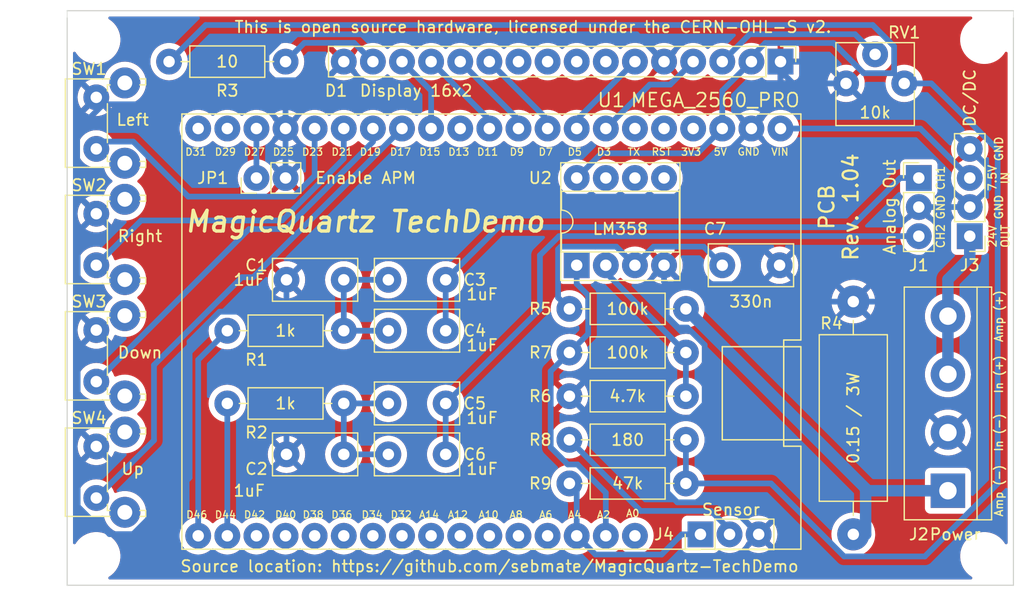
<source format=kicad_pcb>
(kicad_pcb (version 20211014) (generator pcbnew)
  (layers (0 "F.Cu" jumper) (31 "B.Cu" mixed) (34 "B.Paste" user) (35 "F.Paste" user) (36 "B.SilkS" user "B.Silkscreen") (37 "F.SilkS" user "F.Silkscreen") (38 "B.Mask" user) (39 "F.Mask" user) (44 "Edge.Cuts" user))
  (net 0 "")
  (net 1 "GND")
  (net 2 "+5V")
  (net 3 "/OUT2")
  (net 19 "Net-(D1-Pad3)")
  (net 24 "Net-(D1-Pad15)")
  (net 26 "Net-(C1-Pad1)")
  (net 27 "Net-(C2-Pad1)")
  (net 28 "/OUT1")
  (net 30 "Net-(C7-Pad1)")
  (net 31 "Net-(R6-Pad2)")
  (net 32 "/Disp_RS")
  (net 33 "/Disp_E")
  (net 34 "/Disp_D4")
  (net 35 "/Disp_D5")
  (net 36 "/Disp_D6")
  (net 37 "/Disp_D7")
  (net 38 "/PWM_1")
  (net 39 "/PWM_2")
  (net 40 "/Power_Sense")
  (net 41 "/Btn_Left")
  (net 42 "/Btn_Right")
  (net 43 "/Btn_Down")
  (net 44 "/Btn_Up")
  (net 45 "/Reserved")
  (net 46 "GND1")
  (net 47 "Net-(JP1-Pad1)")
  (net 48 "/Sensor")
  (net 49 "Net-(J4-Pad2)")
  (net 50 "+24V")
  (net 51 "+7.5V")
  (footprint "Resistor_THT:R_Axial_DIN0207_L6.3mm_D2.5mm_P10.16mm_Horizontal" (layer "F.Cu") (at 81.28 109.22 180)
    (fp_text reference "R3" (at 5.08 -2.54) (layer "F.SilkS"))
    (fp_text value "10" (at 5.08 0) (layer "F.SilkS"))
    (pad "1" thru_hole circle locked (at 0 0 180) (size 2.25 2.25) (drill 1) (layers *.Cu *.Mask) (net 24 "Net-(D1-Pad15)"))
    (pad "2" thru_hole circle locked (at 10.16 0 180) (size 2.25 2.25) (drill 1) (layers *.Cu *.Mask) (net 2 "+5V"))
  )
  (footprint "Connector_PinHeader_2.54mm:PinHeader_1x16_P2.54mm_Vertical" (layer "F.Cu") (at 124.46 109.22 -90)
    (fp_text reference "D1" (at 2.54 38.775 180) (layer "F.SilkS"))
    (fp_text value "Display 16x2" (at 2.54 31.79 180) (layer "F.SilkS"))
    (pad "1" thru_hole rect locked (at 0 0 270) (size 2.25 2.25) (drill 1) (layers *.Cu *.Mask) (net 1 "GND"))
    (pad "2" thru_hole circle locked (at 0 2.54 270) (size 2.25 2.25) (drill 1) (layers *.Cu *.Mask) (net 2 "+5V"))
    (pad "3" thru_hole circle locked (at 0 5.08 270) (size 2.25 2.25) (drill 1) (layers *.Cu *.Mask) (net 19 "Net-(D1-Pad3)"))
    (pad "4" thru_hole circle locked (at 0 7.62 270) (size 2.25 2.25) (drill 1) (layers *.Cu *.Mask) (net 32 "/Disp_RS"))
    (pad "5" thru_hole circle locked (at 0 10.16 270) (size 2.25 2.25) (drill 1) (layers *.Cu *.Mask) (net 1 "GND"))
    (pad "6" thru_hole circle locked (at 0 12.7 270) (size 2.25 2.25) (drill 1) (layers *.Cu *.Mask) (net 33 "/Disp_E"))
    (pad "7" thru_hole circle locked (at 0 15.24 270) (size 2.25 2.25) (drill 1) (layers *.Cu *.Mask))
    (pad "8" thru_hole circle locked (at 0 17.78 270) (size 2.25 2.25) (drill 1) (layers *.Cu *.Mask))
    (pad "9" thru_hole circle locked (at 0 20.32 270) (size 2.25 2.25) (drill 1) (layers *.Cu *.Mask))
    (pad "10" thru_hole circle locked (at 0 22.86 270) (size 2.25 2.25) (drill 1) (layers *.Cu *.Mask))
    (pad "11" thru_hole circle locked (at 0 25.4 270) (size 2.25 2.25) (drill 1) (layers *.Cu *.Mask) (net 34 "/Disp_D4"))
    (pad "12" thru_hole circle locked (at 0 27.94 270) (size 2.25 2.25) (drill 1) (layers *.Cu *.Mask) (net 35 "/Disp_D5"))
    (pad "13" thru_hole circle locked (at 0 30.48 270) (size 2.25 2.25) (drill 1) (layers *.Cu *.Mask) (net 36 "/Disp_D6"))
    (pad "14" thru_hole circle locked (at 0 33.02 270) (size 2.25 2.25) (drill 1) (layers *.Cu *.Mask) (net 37 "/Disp_D7"))
    (pad "15" thru_hole circle locked (at 0 35.56 270) (size 2.25 2.25) (drill 1) (layers *.Cu *.Mask) (net 24 "Net-(D1-Pad15)"))
    (pad "16" thru_hole circle locked (at 0 38.1 270) (size 2.25 2.25) (drill 1) (layers *.Cu *.Mask) (net 1 "GND"))
  )
  (footprint "Button_Switch_THT:SW_Tactile_SPST_Angled_PTS645Vx83-2LFS" (layer "F.Cu") (at 64.77 116.84 90)
    (fp_text reference "SW1" (at 6.985 -0.635) (layer "F.SilkS"))
    (fp_text value "Left" (at 2.54 3.175) (layer "F.SilkS"))
    (pad "" thru_hole circle locked (at -1.25 2.49 90) (size 2.7 2.7) (drill 1.3) (layers *.Cu *.Mask))
    (pad "" thru_hole circle locked (at 5.76 2.49 90) (size 2.7 2.7) (drill 1.3) (layers *.Cu *.Mask))
    (pad "1" thru_hole circle locked (at 0 0 90) (size 2.25 2.25) (drill 1) (layers *.Cu *.Mask) (net 41 "/Btn_Left"))
    (pad "2" thru_hole circle locked (at 4.5 0 90) (size 2.25 2.25) (drill 1) (layers *.Cu *.Mask) (net 1 "GND"))
  )
  (footprint "Button_Switch_THT:SW_Tactile_SPST_Angled_PTS645Vx83-2LFS" (layer "F.Cu") (at 64.77 147.32 90)
    (fp_text reference "SW4" (at 6.985 -0.635 180) (layer "F.SilkS"))
    (fp_text value "Up" (at 2.54 3.175 180) (layer "F.SilkS"))
    (pad "" thru_hole circle locked (at 5.76 2.49 90) (size 2.7 2.7) (drill 1.3) (layers *.Cu *.Mask))
    (pad "" thru_hole circle locked (at -1.25 2.49 90) (size 2.7 2.7) (drill 1.3) (layers *.Cu *.Mask))
    (pad "1" thru_hole circle locked (at 0 0 90) (size 2.25 2.25) (drill 1) (layers *.Cu *.Mask) (net 44 "/Btn_Up"))
    (pad "2" thru_hole circle locked (at 4.5 0 90) (size 2.25 2.25) (drill 1) (layers *.Cu *.Mask) (net 1 "GND"))
  )
  (footprint "Resistor_THT:R_Axial_DIN0207_L6.3mm_D2.5mm_P10.16mm_Horizontal" (layer "F.Cu") (at 86.36 132.715 180)
    (fp_text reference "R1" (at 7.62 -2.54) (layer "F.SilkS"))
    (fp_text value "1k" (at 5.08 0) (layer "F.SilkS"))
    (pad "1" thru_hole circle locked (at 0 0 180) (size 2.25 2.25) (drill 1) (layers *.Cu *.Mask) (net 26 "Net-(C1-Pad1)"))
    (pad "2" thru_hole circle locked (at 10.16 0 180) (size 2.25 2.25) (drill 1) (layers *.Cu *.Mask) (net 38 "/PWM_1"))
  )
  (footprint "Capacitor_THT:C_Rect_L7.2mm_W3.5mm_P5.00mm_FKS2_FKP2_MKS2_MKP2" (layer "F.Cu") (at 95.25 139.065 180)
    (fp_text reference "C5" (at -2.54 0) (layer "F.SilkS"))
    (fp_text value "1uF" (at -3.175 -1.27) (layer "F.SilkS"))
    (pad "1" thru_hole circle locked (at 0 0 180) (size 2.25 2.25) (drill 1) (layers *.Cu *.Mask) (net 3 "/OUT2"))
    (pad "2" thru_hole circle locked (at 5 0 180) (size 2.25 2.25) (drill 1) (layers *.Cu *.Mask) (net 27 "Net-(C2-Pad1)"))
  )
  (footprint "Capacitor_THT:C_Rect_L7.2mm_W3.5mm_P5.00mm_FKS2_FKP2_MKS2_MKP2" (layer "F.Cu") (at 95.25 128.27 180)
    (fp_text reference "C3" (at -2.54 0) (layer "F.SilkS"))
    (fp_text value "1uF" (at -3.175 -1.27) (layer "F.SilkS"))
    (pad "1" thru_hole circle locked (at 0 0 180) (size 2.25 2.25) (drill 1) (layers *.Cu *.Mask) (net 28 "/OUT1"))
    (pad "2" thru_hole circle locked (at 5 0 180) (size 2.25 2.25) (drill 1) (layers *.Cu *.Mask) (net 26 "Net-(C1-Pad1)"))
  )
  (footprint "Capacitor_THT:C_Rect_L7.2mm_W3.5mm_P5.00mm_FKS2_FKP2_MKS2_MKP2" (layer "F.Cu") (at 86.36 128.27 180)
    (fp_text reference "C1" (at 7.62 1.27) (layer "F.SilkS"))
    (fp_text value "1uF" (at 8.255 0) (layer "F.SilkS"))
    (pad "1" thru_hole circle locked (at 0 0 180) (size 2.25 2.25) (drill 1) (layers *.Cu *.Mask) (net 26 "Net-(C1-Pad1)"))
    (pad "2" thru_hole circle locked (at 5 0 180) (size 2.25 2.25) (drill 1) (layers *.Cu *.Mask) (net 1 "GND"))
  )
  (footprint "Capacitor_THT:C_Rect_L7.2mm_W3.5mm_P5.00mm_FKS2_FKP2_MKS2_MKP2" (layer "F.Cu") (at 95.25 132.715 180)
    (fp_text reference "C4" (at -2.54 0) (layer "F.SilkS"))
    (fp_text value "1uF" (at -3.175 -1.27) (layer "F.SilkS"))
    (pad "1" thru_hole circle locked (at 0 0 180) (size 2.25 2.25) (drill 1) (layers *.Cu *.Mask) (net 28 "/OUT1"))
    (pad "2" thru_hole circle locked (at 5 0 180) (size 2.25 2.25) (drill 1) (layers *.Cu *.Mask) (net 26 "Net-(C1-Pad1)"))
  )
  (footprint "Capacitor_THT:C_Rect_L7.2mm_W3.5mm_P5.00mm_FKS2_FKP2_MKS2_MKP2" (layer "F.Cu") (at 119.38 127)
    (fp_text reference "C7" (at -0.635 -3.175) (layer "F.SilkS"))
    (fp_text value "330n" (at 2.5 3.175) (layer "F.SilkS"))
    (pad "1" thru_hole circle locked (at 0 0) (size 2.25 2.25) (drill 1) (layers *.Cu *.Mask) (net 30 "Net-(C7-Pad1)"))
    (pad "2" thru_hole circle locked (at 5 0) (size 2.25 2.25) (drill 1) (layers *.Cu *.Mask) (net 1 "GND"))
  )
  (footprint "Resistor_THT:R_Axial_DIN0207_L6.3mm_D2.5mm_P10.16mm_Horizontal" (layer "F.Cu") (at 106.045 138.43)
    (fp_text reference "R6" (at -2.54 0) (layer "F.SilkS"))
    (fp_text value "4.7k" (at 5.08 0) (layer "F.SilkS"))
    (pad "1" thru_hole circle locked (at 0 0) (size 2.25 2.25) (drill 1) (layers *.Cu *.Mask) (net 1 "GND"))
    (pad "2" thru_hole circle locked (at 10.16 0) (size 2.25 2.25) (drill 1) (layers *.Cu *.Mask) (net 31 "Net-(R6-Pad2)"))
  )
  (footprint "Resistor_THT:R_Axial_DIN0207_L6.3mm_D2.5mm_P10.16mm_Horizontal" (layer "F.Cu") (at 116.205 134.62 180)
    (fp_text reference "R7" (at 12.7 0) (layer "F.SilkS"))
    (fp_text value "100k" (at 5.08 0) (layer "F.SilkS"))
    (pad "1" thru_hole circle locked (at 0 0 180) (size 2.25 2.25) (drill 1) (layers *.Cu *.Mask) (net 31 "Net-(R6-Pad2)"))
    (pad "2" thru_hole circle locked (at 10.16 0 180) (size 2.25 2.25) (drill 1) (layers *.Cu *.Mask) (net 40 "/Power_Sense"))
  )
  (footprint "Connector_PinHeader_2.54mm:PinHeader_1x03_P2.54mm_Vertical" (layer "F.Cu") (at 136.525 119.38)
    (fp_text reference "J1" (at 0 7.62) (layer "F.SilkS"))
    (fp_text value "Analog Out" (at -2.54 2.54 90) (layer "F.SilkS"))
    (pad "1" thru_hole rect locked (at 0 0) (size 2.25 2.25) (drill 1) (layers *.Cu *.Mask) (net 28 "/OUT1"))
    (pad "2" thru_hole circle locked (at 0 2.54) (size 2.25 2.25) (drill 1) (layers *.Cu *.Mask) (net 1 "GND"))
    (pad "3" thru_hole circle locked (at 0 5.08) (size 2.25 2.25) (drill 1) (layers *.Cu *.Mask) (net 3 "/OUT2"))
  )
  (footprint "Resistor_THT:R_Axial_DIN0614_L14.3mm_D5.7mm_P20.32mm_Horizontal" (layer "F.Cu") (at 130.81 130.175 -90)
    (fp_text reference "R4" (at 1.905 1.905 180) (layer "F.SilkS"))
    (fp_text value "0.15 / 3W" (at 10.16 0 90) (layer "F.SilkS"))
    (pad "1" thru_hole circle locked (at 0 0 270) (size 2.8 2.8) (drill 1) (layers *.Cu *.Mask) (net 1 "GND"))
    (pad "2" thru_hole oval locked (at 20.32 0 270) (size 2.8 2.8) (drill 1) (layers *.Cu *.Mask) (net 46 "GND1"))
  )
  (footprint "Resistor_THT:R_Axial_DIN0207_L6.3mm_D2.5mm_P10.16mm_Horizontal" (layer "F.Cu") (at 106.045 130.81)
    (fp_text reference "R5" (at -2.54 0) (layer "F.SilkS"))
    (fp_text value "100k" (at 5.08 0) (layer "F.SilkS"))
    (pad "1" thru_hole circle locked (at 0 0) (size 2.25 2.25) (drill 1) (layers *.Cu *.Mask) (net 30 "Net-(C7-Pad1)"))
    (pad "2" thru_hole circle locked (at 10.16 0) (size 2.25 2.25) (drill 1) (layers *.Cu *.Mask) (net 46 "GND1"))
  )
  (footprint "Button_Switch_THT:SW_Tactile_SPST_Angled_PTS645Vx83-2LFS" (layer "F.Cu") (at 64.77 137.16 90)
    (fp_text reference "SW3" (at 6.985 -0.635 180) (layer "F.SilkS"))
    (fp_text value "Down" (at 2.54 3.81) (layer "F.SilkS"))
    (pad "" thru_hole circle locked (at -1.25 2.49 90) (size 2.7 2.7) (drill 1.3) (layers *.Cu *.Mask))
    (pad "" thru_hole circle locked (at 5.76 2.49 90) (size 2.7 2.7) (drill 1.3) (layers *.Cu *.Mask))
    (pad "1" thru_hole circle locked (at 0 0 90) (size 2.25 2.25) (drill 1) (layers *.Cu *.Mask) (net 43 "/Btn_Down"))
    (pad "2" thru_hole circle locked (at 4.5 0 90) (size 2.25 2.25) (drill 1) (layers *.Cu *.Mask) (net 1 "GND"))
  )
  (footprint "TerminalBlock:TerminalBlock_bornier-4_P5.08mm" (layer "F.Cu") (at 139.065 146.685 90)
    (fp_text reference "J2" (at -3.81 -2.54 180) (layer "F.SilkS"))
    (fp_text value "Power" (at -3.81 0.635) (layer "F.SilkS"))
    (pad "1" thru_hole rect locked (at 0 0 90) (size 3 3) (drill 1.52) (layers *.Cu *.Mask) (net 46 "GND1"))
    (pad "2" thru_hole circle locked (at 5.08 0 90) (size 3 3) (drill 1.52) (layers *.Cu *.Mask) (net 1 "GND"))
    (pad "3" thru_hole circle locked (at 10.16 0 90) (size 3 3) (drill 1.52) (layers *.Cu *.Mask) (net 50 "+24V"))
    (pad "4" thru_hole circle locked (at 15.24 0 90) (size 3 3) (drill 1.52) (layers *.Cu *.Mask) (net 50 "+24V"))
  )
  (footprint "Connector_PinHeader_2.54mm:PinHeader_1x04_P2.54mm_Vertical" (layer "F.Cu") (at 140.97 124.46 180)
    (fp_text reference "J3" (at 0 -2.54) (layer "F.SilkS"))
    (fp_text value "DC/DC" (at 0 12.065 90) (layer "F.SilkS"))
    (pad "1" thru_hole rect locked (at 0 0 180) (size 2.25 2.25) (drill 1) (layers *.Cu *.Mask) (net 50 "+24V"))
    (pad "2" thru_hole circle locked (at 0 2.54 180) (size 2.25 2.25) (drill 1) (layers *.Cu *.Mask) (net 1 "GND"))
    (pad "3" thru_hole circle locked (at 0 5.08 180) (size 2.25 2.25) (drill 1) (layers *.Cu *.Mask) (net 51 "+7.5V"))
    (pad "4" thru_hole circle locked (at 0 7.62 180) (size 2.25 2.25) (drill 1) (layers *.Cu *.Mask) (net 1 "GND"))
  )
  (footprint "Connector_PinHeader_2.54mm:PinHeader_1x02_P2.54mm_Vertical" (layer "F.Cu") (at 78.74 119.38 90)
    (fp_text reference "JP1" (at 0 -3.81 180) (layer "F.SilkS"))
    (fp_text value "Enable APM" (at 0 9.525 180) (layer "F.SilkS"))
    (pad "1" thru_hole circle locked (at 0 0 90) (size 2.25 2.25) (drill 1) (layers *.Cu *.Mask) (net 47 "Net-(JP1-Pad1)"))
    (pad "2" thru_hole circle locked (at 0 2.54 90) (size 2.25 2.25) (drill 1) (layers *.Cu *.Mask) (net 1 "GND"))
  )
  (footprint "Connector_PinHeader_2.54mm:PinHeader_1x03_P2.54mm_Vertical" (layer "F.Cu") (at 117.475 150.495 90)
    (fp_text reference "J4" (at 0 -3.175 180) (layer "F.SilkS"))
    (fp_text value "Sensor" (at 2.159 2.667 180) (layer "F.SilkS"))
    (pad "1" thru_hole rect locked (at 0 0 90) (size 2.25 2.25) (drill 1) (layers *.Cu *.Mask) (net 48 "/Sensor"))
    (pad "2" thru_hole circle locked (at 0 2.54 90) (size 2.25 2.25) (drill 1) (layers *.Cu *.Mask) (net 49 "Net-(J4-Pad2)"))
    (pad "3" thru_hole circle locked (at 0 5.08 90) (size 2.25 2.25) (drill 1) (layers *.Cu *.Mask) (net 1 "GND"))
  )
  (footprint "Resistor_THT:R_Axial_DIN0207_L6.3mm_D2.5mm_P10.16mm_Horizontal" (layer "F.Cu") (at 106.045 146.05)
    (fp_text reference "R9" (at -2.54 0) (layer "F.SilkS"))
    (fp_text value "47k" (at 5.08 0) (layer "F.SilkS"))
    (pad "1" thru_hole circle locked (at 0 0) (size 2.25 2.25) (drill 1) (layers *.Cu *.Mask) (net 48 "/Sensor"))
    (pad "2" thru_hole circle locked (at 10.16 0) (size 2.25 2.25) (drill 1) (layers *.Cu *.Mask) (net 2 "+5V"))
  )
  (footprint "Resistor_THT:R_Axial_DIN0207_L6.3mm_D2.5mm_P10.16mm_Horizontal" (layer "F.Cu") (at 106.045 142.24)
    (fp_text reference "R8" (at -2.54 0) (layer "F.SilkS"))
    (fp_text value "180" (at 5.08 0) (layer "F.SilkS"))
    (pad "1" thru_hole circle locked (at 0 0) (size 2.25 2.25) (drill 1) (layers *.Cu *.Mask) (net 49 "Net-(J4-Pad2)"))
    (pad "2" thru_hole circle locked (at 10.16 0) (size 2.25 2.25) (drill 1) (layers *.Cu *.Mask) (net 2 "+5V"))
  )
  (footprint "MagicQuartzParts:MEGA2560PRO-Reduced" (layer "F.Cu") (at 91.44 134.112 180)
    (fp_text reference "U1" (at -19.558 20.828 180) (layer "F.SilkS") (effects (font (size 1.2 1.2)) (justify right bottom)))
    (fp_text value "MEGA_2560_PRO" (at -34.798 20.828) (layer "F.SilkS") (effects (font (size 1.2 1.2)) (justify right bottom)))
    (fp_text user "5V" (at -28.406675 16.637) (layer "F.SilkS") (effects (font (size 0.62738 0.62738) (thickness 0.105664)) (justify right bottom)))
    (fp_text user "A0" (at -20.765846 -14.911731) (layer "F.SilkS") (effects (font (size 0.62738 0.62738) (thickness 0.105664)) (justify right bottom)))
    (fp_text user "D42" (at 11.889637 -15.038731) (layer "F.SilkS") (effects (font (size 0.62738 0.62738) (thickness 0.105664)) (justify right bottom)))
    (fp_text user "D44" (at 14.424228 -15.042056) (layer "F.SilkS") (effects (font (size 0.62738 0.62738) (thickness 0.105664)) (justify right bottom)))
    (fp_text user "A10" (at -8.488706 -15.038731) (layer "F.SilkS") (effects (font (size 0.62738 0.62738) (thickness 0.105664)) (justify right bottom)))
    (fp_text user "A12" (at -5.810453 -15.038731) (layer "F.SilkS") (effects (font (size 0.62738 0.62738) (thickness 0.105664)) (justify right bottom)))
    (fp_text user "D9" (at -10.696678 16.637) (layer "F.SilkS") (effects (font (size 0.62738 0.62738) (thickness 0.105664)) (justify right bottom)))
    (fp_text user "D17" (at -0.848131 16.637) (layer "F.SilkS") (effects (font (size 0.62738 0.62738) (thickness 0.105664)) (justify right bottom)))
    (fp_text user "A8" (at -10.589768 -15.038731) (layer "F.SilkS") (effects (font (size 0.62738 0.62738) (thickness 0.105664)) (justify right bottom)))
    (fp_text user "D3" (at -18.299075 16.637) (layer "F.SilkS") (effects (font (size 0.62738 0.62738) (thickness 0.105664)) (justify right bottom)))
    (fp_text user "D32" (at -0.910971 -15.038731) (layer "F.SilkS") (effects (font (size 0.62738 0.62738) (thickness 0.105664)) (justify right bottom)))
    (fp_text user "D21" (at 4.2481 16.637) (layer "F.SilkS") (effects (font (size 0.62738 0.62738) (thickness 0.105664)) (justify right bottom)))
    (fp_text user "TX" (at -20.834096 16.637) (layer "F.SilkS") (effects (font (size 0.62738 0.62738) (thickness 0.105664)) (justify right bottom)))
    (fp_text user "D11" (at -8.448828 16.637) (layer "F.SilkS") (effects (font (size 0.62738 0.62738) (thickness 0.105664)) (justify right bottom)))
    (fp_text user "D15" (at -3.41094 16.637) (layer "F.SilkS") (effects (font (size 0.62738 0.62738) (thickness 0.105664)) (justify right bottom)))
    (fp_text user "D27" (at 11.901296 16.637) (layer "F.SilkS") (effects (font (size 0.62738 0.62738) (thickness 0.105664)) (justify right bottom)))
    (fp_text user "D25" (at 9.362871 16.637) (layer "F.SilkS") (effects (font (size 0.62738 0.62738) (thickness 0.105664)) (justify right bottom)))
    (fp_text user "D34" (at 1.623568 -15.038731) (layer "F.SilkS") (effects (font (size 0.62738 0.62738) (thickness 0.105664)) (justify right bottom)))
    (fp_text user "A6" (at -13.183006 -15.038731) (layer "F.SilkS") (effects (font (size 0.62738 0.62738) (thickness 0.105664)) (justify right bottom)))
    (fp_text user "D31" (at 17.006443 16.637) (layer "F.SilkS") (effects (font (size 0.62738 0.62738) (thickness 0.105664)) (justify right bottom)))
    (fp_text user "D40" (at 9.169043 -15.038731) (layer "F.SilkS") (effects (font (size 0.62738 0.62738) (thickness 0.105664)) (justify right bottom)))
    (fp_text user "D5" (at -15.754096 16.637) (layer "F.SilkS") (effects (font (size 0.62738 0.62738) (thickness 0.105664)) (justify right bottom)))
    (fp_text user "D46" (at 16.924681 -15.038731) (layer "F.SilkS") (effects (font (size 0.62738 0.62738) (thickness 0.105664)) (justify right bottom)))
    (fp_text user "RST" (at -23.562131 16.650284) (layer "F.SilkS") (effects (font (size 0.62738 0.62738) (thickness 0.105664)) (justify right bottom)))
    (fp_text user "D23" (at 6.821931 16.637) (layer "F.SilkS") (effects (font (size 0.62738 0.62738) (thickness 0.105664)) (justify right bottom)))
    (fp_text user "D13" (at -5.933337 16.637) (layer "F.SilkS") (effects (font (size 0.62738 0.62738) (thickness 0.105664)) (justify right bottom)))
    (fp_text user "D29" (at 14.425471 16.637) (layer "F.SilkS") (effects (font (size 0.62738 0.62738) (thickness 0.105664)) (justify right bottom)))
    (fp_text user "GND" (at -31.258762 16.650284) (layer "F.SilkS") (effects (font (size 0.62738 0.62738) (thickness 0.105664)) (justify right bottom)))
    (fp_text user "D7" (at -13.219075 16.637) (layer "F.SilkS") (effects (font (size 0.62738 0.62738) (thickness 0.105664)) (justify right bottom)))
    (fp_text user "D38" (at 6.76755 -15.038731) (layer "F.SilkS") (effects (font (size 0.62738 0.62738) (thickness 0.105664)) (justify right bottom)))
    (fp_text user "D36" (at 4.264812 -15.038731) (layer "F.SilkS") (effects (font (size 0.62738 0.62738) (thickness 0.105664)) (justify right bottom)))
    (fp_text user "D19" (at 1.784043 16.637) (layer "F.SilkS") (effects (font (size 0.62738 0.62738) (thickness 0.105664)) (justify right bottom)))
    (fp_text user "A14" (at -3.296387 -15.038731) (layer "F.SilkS") (effects (font (size 0.62738 0.62738) (thickness 0.105664)) (justify right bottom)))
    (fp_text user "3V3" (at -26.1557 16.640328) (layer "F.SilkS") (effects (font (size 0.62738 0.62738) (thickness 0.105664)) (justify right bottom)))
    (fp_text user "A4" (at -15.702812 -15.042056) (layer "F.SilkS") (effects (font (size 0.62738 0.62738) (thickness 0.105664)) (justify right bottom)))
    (fp_text user "A2" (at -18.222009 -15.038731) (layer "F.SilkS") (effects (font (size 0.62738 0.62738) (thickness 0.105664)) (justify right bottom)))
    (fp_text user "VIN" (at -33.783828 16.637) (layer "F.SilkS") (effects (font (size 0.62738 0.62738) (thickness 0.105664)) (justify right bottom)))
    (pad "3V3@1" thru_hole circle locked (at -25.4 19.05 180) (size 2.25 2.25) (drill 1) (layers *.Cu *.Mask))
    (pad "5V@1" thru_hole circle locked (at -27.94 19.05 180) (size 2.25 2.25) (drill 1) (layers *.Cu *.Mask) (net 2 "+5V"))
    (pad "A0" thru_hole circle locked (at -20.32 -16.51 180) (size 2.25 2.25) (drill 1) (layers *.Cu *.Mask) (net 45 "/Reserved"))
    (pad "A2" thru_hole circle locked (at -17.78 -16.51 180) (size 2.25 2.25) (drill 1) (layers *.Cu *.Mask) (net 40 "/Power_Sense"))
    (pad "A4" thru_hole circle locked (at -15.24 -16.51 180) (size 2.25 2.25) (drill 1) (layers *.Cu *.Mask) (net 48 "/Sensor"))
    (pad "A6" thru_hole circle locked (at -12.7 -16.51 180) (size 2.25 2.25) (drill 1) (layers *.Cu *.Mask))
    (pad "A8" thru_hole circle locked (at -10.16 -16.51 180) (size 2.25 2.25) (drill 1) (layers *.Cu *.Mask))
    (pad "A10" thru_hole circle locked (at -7.62 -16.51 180) (size 2.25 2.25) (drill 1) (layers *.Cu *.Mask))
    (pad "A12" thru_hole circle locked (at -5.08 -16.51 180) (size 2.25 2.25) (drill 1) (layers *.Cu *.Mask))
    (pad "A14" thru_hole circle locked (at -2.54 -16.51 180) (size 2.25 2.25) (drill 1) (layers *.Cu *.Mask))
    (pad "D3" thru_hole circle locked (at -17.78 19.05 180) (size 2.25 2.25) (drill 1) (layers *.Cu *.Mask) (net 32 "/Disp_RS"))
    (pad "D5" thru_hole circle locked (at -15.24 19.05 180) (size 2.25 2.25) (drill 1) (layers *.Cu *.Mask) (net 33 "/Disp_E"))
    (pad "D7" thru_hole circle locked (at -12.7 19.05 180) (size 2.25 2.25) (drill 1) (layers *.Cu *.Mask) (net 34 "/Disp_D4"))
    (pad "D9" thru_hole circle locked (at -10.16 19.05 180) (size 2.25 2.25) (drill 1) (layers *.Cu *.Mask) (net 35 "/Disp_D5"))
    (pad "D11" thru_hole circle locked (at -7.62 19.05 180) (size 2.25 2.25) (drill 1) (layers *.Cu *.Mask) (net 36 "/Disp_D6"))
    (pad "D13" thru_hole circle locked (at -5.08 19.05 180) (size 2.25 2.25) (drill 1) (layers *.Cu *.Mask))
    (pad "D15" thru_hole circle locked (at -2.54 19.05 180) (size 2.25 2.25) (drill 1) (layers *.Cu *.Mask) (net 37 "/Disp_D7"))
    (pad "D17" thru_hole circle locked (at 0 19.05 180) (size 2.25 2.25) (drill 1) (layers *.Cu *.Mask) (net 44 "/Btn_Up"))
    (pad "D19" thru_hole circle locked (at 2.54 19.05 180) (size 2.25 2.25) (drill 1) (layers *.Cu *.Mask) (net 43 "/Btn_Down"))
    (pad "D21" thru_hole circle locked (at 5.08 19.05 180) (size 2.25 2.25) (drill 1) (layers *.Cu *.Mask) (net 42 "/Btn_Right"))
    (pad "D23" thru_hole circle locked (at 7.62 19.05 180) (size 2.25 2.25) (drill 1) (layers *.Cu *.Mask) (net 41 "/Btn_Left"))
    (pad "D25" thru_hole circle locked (at 10.16 19.05 180) (size 2.25 2.25) (drill 1) (layers *.Cu *.Mask) (net 1 "GND"))
    (pad "D27" thru_hole circle locked (at 12.7 19.05 180) (size 2.25 2.25) (drill 1) (layers *.Cu *.Mask) (net 47 "Net-(JP1-Pad1)"))
    (pad "D29" thru_hole circle locked (at 15.24 19.05 180) (size 2.25 2.25) (drill 1) (layers *.Cu *.Mask))
    (pad "D31" thru_hole circle locked (at 17.78 19.05 180) (size 2.25 2.25) (drill 1) (layers *.Cu *.Mask))
    (pad "D32" thru_hole circle locked (at 0 -16.51 180) (size 2.25 2.25) (drill 1) (layers *.Cu *.Mask))
    (pad "D34" thru_hole circle locked (at 2.54 -16.51 180) (size 2.25 2.25) (drill 1) (layers *.Cu *.Mask))
    (pad "D36" thru_hole circle locked (at 5.08 -16.51 180) (size 2.25 2.25) (drill 1) (layers *.Cu *.Mask))
    (pad "D38" thru_hole circle locked (at 7.62 -16.51 180) (size 2.25 2.25) (drill 1) (layers *.Cu *.Mask))
    (pad "D40" thru_hole circle locked (at 10.16 -16.51 180) (size 2.25 2.25) (drill 1) (layers *.Cu *.Mask))
    (pad "D42" thru_hole circle locked (at 12.7 -16.51 180) (size 2.25 2.25) (drill 1) (layers *.Cu *.Mask))
    (pad "D44" thru_hole circle locked (at 15.24 -16.51 180) (size 2.25 2.25) (drill 1) (layers *.Cu *.Mask) (net 39 "/PWM_2"))
    (pad "D46" thru_hole circle locked (at 17.78 -16.51 180) (size 2.25 2.25) (drill 1) (layers *.Cu *.Mask) (net 38 "/PWM_1"))
    (pad "GND@1" thru_hole circle locked (at -30.48 19.05 180) (size 2.25 2.25) (drill 1) (layers *.Cu *.Mask) (net 1 "GND"))
    (pad "RST" thru_hole circle locked (at -22.86 19.05 180) (size 2.25 2.25) (drill 1) (layers *.Cu *.Mask))
    (pad "TX" thru_hole circle locked (at -20.32 19.05 180) (size 2.25 2.25) (drill 1) (layers *.Cu *.Mask))
    (pad "VIN@1" thru_hole circle locked (at -33.02 19.05 180) (size 2.25 2.25) (drill 1) (layers *.Cu *.Mask) (net 51 "+7.5V"))
  )
  (footprint "Button_Switch_THT:SW_Tactile_SPST_Angled_PTS645Vx83-2LFS" (layer "F.Cu") (at 64.77 127 90)
    (fp_text reference "SW2" (at 6.985 -0.635 180) (layer "F.SilkS"))
    (fp_text value "Right" (at 2.54 3.81) (layer "F.SilkS"))
    (pad "" thru_hole circle locked (at 5.76 2.49 90) (size 2.7 2.7) (drill 1.3) (layers *.Cu *.Mask))
    (pad "" thru_hole circle locked (at -1.25 2.49 90) (size 2.7 2.7) (drill 1.3) (layers *.Cu *.Mask))
    (pad "1" thru_hole circle locked (at 0 0 90) (size 2.25 2.25) (drill 1) (layers *.Cu *.Mask) (net 42 "/Btn_Right"))
    (pad "2" thru_hole circle locked (at 4.5 0 90) (size 2.25 2.25) (drill 1) (layers *.Cu *.Mask) (net 1 "GND"))
  )
  (footprint "Potentiometer_THT:Potentiometer_Vishay_T73YP_Vertical" (layer "F.Cu") (at 135.255 111.125 90)
    (fp_text reference "RV1" (at 4.445 0 180) (layer "F.SilkS"))
    (fp_text value "10k" (at -2.54 -2.54 180) (layer "F.SilkS"))
    (pad "1" thru_hole circle locked (at 0 0 90) (size 2.25 2.25) (drill 1) (layers *.Cu *.Mask) (net 2 "+5V"))
    (pad "2" thru_hole circle locked (at 2.54 -2.54 90) (size 2.25 2.25) (drill 1) (layers *.Cu *.Mask) (net 19 "Net-(D1-Pad3)"))
    (pad "3" thru_hole circle locked (at 0 -5.08 90) (size 2.25 2.25) (drill 1) (layers *.Cu *.Mask) (net 1 "GND"))
  )
  (footprint "Package_DIP:DIP-8_W7.62mm_Socket" (layer "F.Cu") (at 106.68 127 90)
    (fp_text reference "U2" (at 7.62 -3.175 180) (layer "F.SilkS"))
    (fp_text value "LM358" (at 3.175 3.81 180) (layer "F.SilkS"))
    (pad "1" thru_hole rect locked (at 0 0 90) (size 2.25 2.25) (drill 1) (layers *.Cu *.Mask) (net 40 "/Power_Sense"))
    (pad "2" thru_hole circle locked (at 0 2.54 90) (size 2.25 2.25) (drill 1) (layers *.Cu *.Mask) (net 31 "Net-(R6-Pad2)"))
    (pad "3" thru_hole circle locked (at 0 5.08 90) (size 2.25 2.25) (drill 1) (layers *.Cu *.Mask) (net 30 "Net-(C7-Pad1)"))
    (pad "4" thru_hole circle locked (at 0 7.62 90) (size 2.25 2.25) (drill 1) (layers *.Cu *.Mask) (net 1 "GND"))
    (pad "5" thru_hole circle locked (at 7.62 7.62 90) (size 2.25 2.25) (drill 1) (layers *.Cu *.Mask))
    (pad "6" thru_hole circle locked (at 7.62 5.08 90) (size 2.25 2.25) (drill 1) (layers *.Cu *.Mask))
    (pad "7" thru_hole circle locked (at 7.62 2.54 90) (size 2.25 2.25) (drill 1) (layers *.Cu *.Mask))
    (pad "8" thru_hole circle locked (at 7.62 0 90) (size 2.25 2.25) (drill 1) (layers *.Cu *.Mask) (net 2 "+5V"))
  )
  (footprint "Resistor_THT:R_Axial_DIN0207_L6.3mm_D2.5mm_P10.16mm_Horizontal" (layer "F.Cu") (at 86.36 139.065 180)
    (fp_text reference "R2" (at 7.62 -2.54) (layer "F.SilkS"))
    (fp_text value "1k" (at 5.08 0) (layer "F.SilkS"))
    (pad "1" thru_hole circle locked (at 0 0 180) (size 2.25 2.25) (drill 1) (layers *.Cu *.Mask) (net 27 "Net-(C2-Pad1)"))
    (pad "2" thru_hole circle locked (at 10.16 0 180) (size 2.25 2.25) (drill 1) (layers *.Cu *.Mask) (net 39 "/PWM_2"))
  )
  (footprint "Capacitor_THT:C_Rect_L7.2mm_W3.5mm_P5.00mm_FKS2_FKP2_MKS2_MKP2" (layer "F.Cu") (at 86.36 143.51 180)
    (fp_text reference "C2" (at 7.62 -1.27) (layer "F.SilkS"))
    (fp_text value "1uF" (at 8.255 -3.175) (layer "F.SilkS"))
    (pad "1" thru_hole circle locked (at 0 0 180) (size 2.25 2.25) (drill 1) (layers *.Cu *.Mask) (net 27 "Net-(C2-Pad1)"))
    (pad "2" thru_hole circle locked (at 5 0 180) (size 2.25 2.25) (drill 1) (layers *.Cu *.Mask) (net 1 "GND"))
  )
  (footprint "Capacitor_THT:C_Rect_L7.2mm_W3.5mm_P5.00mm_FKS2_FKP2_MKS2_MKP2" (layer "F.Cu") (at 95.25 143.51 180)
    (fp_text reference "C6" (at -2.54 0) (layer "F.SilkS"))
    (fp_text value "1uF" (at -3.175 -1.27) (layer "F.SilkS"))
    (pad "1" thru_hole circle locked (at 0 0 180) (size 2.25 2.25) (drill 1) (layers *.Cu *.Mask) (net 3 "/OUT2"))
    (pad "2" thru_hole circle locked (at 5 0 180) (size 2.25 2.25) (drill 1) (layers *.Cu *.Mask) (net 27 "Net-(C2-Pad1)"))
  )
  (footprint "MountingHole:MountingHole_3.2mm_M3" (layer "F.Cu") (at 64.77 152.4)
    (fp_text reference "H1")
    (fp_text value "MountingHole_Pad" hide)
    (pad "" np_thru_hole circle locked (at 0 0) (size 3.2 3.2) (drill 3.2) (layers *.Cu *.Mask))
  )
  (footprint "MountingHole:MountingHole_3.2mm_M3" (layer "F.Cu") (at 64.77 107.315)
    (fp_text reference "H2")
    (fp_text value "MountingHole_Pad" hide)
    (pad "" np_thru_hole circle locked (at 0 0) (size 3.2 3.2) (drill 3.2) (layers *.Cu *.Mask))
  )
  (footprint "MountingHole:MountingHole_3.2mm_M3" (layer "F.Cu") (at 142.24 152.4)
    (fp_text reference "H3")
    (fp_text value "MountingHole_Pad" hide)
    (pad "" np_thru_hole circle locked (at 0 0) (size 3.2 3.2) (drill 3.2) (layers *.Cu *.Mask))
  )
  (footprint "MountingHole:MountingHole_3.2mm_M3" (layer "F.Cu") (at 142.24 107.315)
    (fp_text reference "H4")
    (fp_text value "MountingHole_Pad" hide)
    (pad "" np_thru_hole circle locked (at 0 0) (size 3.2 3.2) (drill 3.2) (layers *.Cu *.Mask))
  )
  (gr_line (start 62.23 105.41) (end 62.23 104.775) (layer "Edge.Cuts") (width 0.05))
  (gr_line (start 144.78 104.775) (end 144.78 105.41) (layer "Edge.Cuts") (width 0.05))
  (gr_line (start 144.78 154.94) (end 62.23 154.94) (layer "Edge.Cuts") (width 0.1))
  (gr_line (start 144.78 105.41) (end 144.78 154.94) (layer "Edge.Cuts") (width 0.1))
  (gr_line (start 62.23 154.94) (end 62.23 105.41) (layer "Edge.Cuts") (width 0.1))
  (gr_line (start 62.23 104.775) (end 144.78 104.775) (layer "Edge.Cuts") (width 0.1))
  (gr_text "This is open source hardware, licensed under the CERN-OHL-S v2." (at 102.87 106.199108) (layer "F.SilkS") (effects (font (size 1 1))))
  (gr_text "GND" (at 143.51 116.84 90) (layer "F.SilkS") (effects (font (size 0.7 0.7) (thickness 0.12))))
  (gr_text "MagicQuartz TechDemo" (at 72.39 123.19) (layer "F.SilkS") (effects (font (size 1.8 1.8) (thickness 0.3) italic) (justify left)))
  (gr_text "CH2" (at 138.43 124.46 90) (layer "F.SilkS") (effects (font (size 0.7 0.7) (thickness 0.12))))
  (gr_text "CH1" (at 138.43 119.38 90) (layer "F.SilkS") (effects (font (size 0.7 0.7) (thickness 0.12))))
  (gr_text "Amp (+)" (at 143.51 131.445 90) (layer "F.SilkS") (effects (font (size 0.7 0.7) (thickness 0.12))))
  (gr_text "Source location: https://github.com/sebmate/MagicQuartz-TechDemo" (at 99.073396 153.283043) (layer "F.SilkS") (effects (font (size 1 1))))
  (gr_text "In (-)" (at 143.51 141.605 90) (layer "F.SilkS") (effects (font (size 0.7 0.7) (thickness 0.12))))
  (gr_text "7.5V\nIN" (at 143.51 119.38 90) (layer "F.SilkS") (effects (font (size 0.7 0.7) (thickness 0.12))))
  (gr_text "In (+)" (at 143.51 136.525 90) (layer "F.SilkS") (effects (font (size 0.7 0.7) (thickness 0.12))))
  (gr_text "24V\nOUT" (at 143.51 124.46 90) (layer "F.SilkS") (effects (font (size 0.7 0.7) (thickness 0.12))))
  (gr_text "Amp (-)" (at 143.51 146.685 90) (layer "F.SilkS") (effects (font (size 0.7 0.7) (thickness 0.12))))
  (gr_text "GND" (at 143.51 121.92 90) (layer "F.SilkS") (effects (font (size 0.7 0.7) (thickness 0.12))))
  (gr_text "PCB\nRev. 1.04" (at 129.54 121.92 90) (layer "F.SilkS") (effects (font (size 1.3 1.3) (thickness 0.2))))
  (gr_text "GND" (at 138.43 121.92 90) (layer "F.SilkS") (effects (font (size 0.7 0.7) (thickness 0.12))))
  (segment (start 138.1577 121.92) (end 140.97 121.92) (width 0.5) (layer "B.Cu") (net 1))
  (segment (start 81.28 115.062) (end 81.28 119.38) (width 0.5) (layer "B.Cu") (net 1))
  (segment (start 63.1446 141.1946) (end 63.1446 134.2854) (width 0.5) (layer "B.Cu") (net 1))
  (segment (start 125.5524 111.125) (end 130.175 111.125) (width 0.5) (layer "B.Cu") (net 1))
  (segment (start 117.8452 133.9568) (end 116.3257 132.4373) (width 0.5) (layer "B.Cu") (net 1))
  (segment (start 111.9122 106.8322) (end 114.3 109.22) (width 0.5) (layer "B.Cu") (net 1))
  (segment (start 138.1577 125.1416) (end 133.1243 130.175) (width 0.5) (layer "B.Cu") (net 1))
  (segment (start 116.3257 132.4373) (end 115.5297 132.4373) (width 0.5) (layer "B.Cu") (net 1))
  (segment (start 81.36 143.51) (end 81.36 131.0533) (width 0.5) (layer "B.Cu") (net 1))
  (segment (start 117.8452 139.0996) (end 117.8452 133.9568) (width 0.5) (layer "B.Cu") (net 1))
  (segment (start 77.5219 112.9481) (end 79.618 110.852) (width 0.5) (layer "B.Cu") (net 1))
  (segment (start 72.9096 145.5436) (end 72.9096 133.6702) (width 0.5) (layer "B.Cu") (net 1))
  (segment (start 124.38 127) (end 122.7242 128.6558) (width 0.5) (layer "B.Cu") (net 1))
  (segment (start 75.5265 131.0533) (end 81.36 131.0533) (width 0.5) (layer "B.Cu") (net 1))
  (segment (start 130.81 130.175) (end 127.555 130.175) (width 0.5) (layer "B.Cu") (net 1))
  (segment (start 64.9682 149.5241) (end 65.9206 150.4765) (width 0.5) (layer "B.Cu") (net 1))
  (segment (start 63.1446 124.1254) (end 63.1446 131.0346) (width 0.5) (layer "B.Cu") (net 1))
  (segment (start 114.3 128.4252) (end 114.3 127) (width 0.5) (layer "B.Cu") (net 1))
  (segment (start 63.0996 115.2266) (end 65.3781 112.9481) (width 0.5) (layer "B.Cu") (net 1))
  (segment (start 142.6129 118.4829) (end 140.97 116.84) (width 0.5) (layer "B.Cu") (net 1))
  (segment (start 114.5771 140.335) (end 116.6098 140.335) (width 0.5) (layer "B.Cu") (net 1))
  (segment (start 114.5771 146.8232) (end 114.5771 140.335) (width 0.5) (layer "B.Cu") (net 1))
  (segment (start 140.97 116.84) (end 137.5666 113.4366) (width 0.5) (layer "B.Cu") (net 1))
  (segment (start 114.5306 131.4382) (end 114.5306 128.6558) (width 0.5) (layer "B.Cu") (net 1))
  (segment (start 121.92 115.062) (end 115.9767 121.0053) (width 0.5) (layer "B.Cu") (net 1))
  (segment (start 64.6262 149.5241) (end 64.9682 149.5241) (width 0.5) (layer "B.Cu") (net 1))
  (segment (start 65.9206 150.4765) (end 67.9767 150.4765) (width 0.5) (layer "B.Cu") (net 1))
  (segment (start 115.5297 132.4373) (end 114.5306 131.4382) (width 0.5) (layer "B.Cu") (net 1))
  (segment (start 63.1446 144.4454) (end 63.1446 148.0425) (width 0.5) (layer "B.Cu") (net 1))
  (segment (start 81.28 110.852) (end 81.28 115.062) (width 0.5) (layer "B.Cu") (net 1))
  (segment (start 115.4534 147.6995) (end 114.5771 146.8232) (width 0.5) (layer "B.Cu") (net 1))
  (segment (start 63.1446 134.2854) (end 64.77 132.66) (width 0.5) (layer "B.Cu") (net 1))
  (segment (start 133.1243 135.6643) (end 133.1243 130.175) (width 0.5) (layer "B.Cu") (net 1))
  (segment (start 79.618 110.852) (end 81.28 110.852) (width 0.5) (layer "B.Cu") (net 1))
  (segment (start 121.92 114.7574) (end 121.92 115.062) (width 0.5) (layer "B.Cu") (net 1))
  (segment (start 136.525 121.92) (end 138.1577 121.92) (width 0.5) (layer "B.Cu") (net 1))
  (segment (start 138.1577 121.92) (end 138.1577 125.1416) (width 0.5) (layer "B.Cu") (net 1))
  (segment (start 81.3661 106.8322) (end 111.9122 106.8322) (width 0.5) (layer "B.Cu") (net 1))
  (segment (start 81.36 131.0533) (end 81.36 128.27) (width 0.5) (layer "B.Cu") (net 1))
  (segment (start 84.728 110.852) (end 86.36 109.22) (width 0.5) (layer "B.Cu") (net 1))
  (segment (start 106.045 138.43) (end 107.95 140.335) (width 0.5) (layer "B.Cu") (net 1))
  (segment (start 88.6247 121.0053) (end 81.36 128.27) (width 0.5) (layer "B.Cu") (net 1))
  (segment (start 116.6098 140.335) (end 117.8452 139.0996) (width 0.5) (layer "B.Cu") (net 1))
  (segment (start 64.77 112.34) (end 65.3781 112.9481) (width 0.5) (layer "B.Cu") (net 1))
  (segment (start 115.9767 121.0053) (end 88.6247 121.0053) (width 0.5) (layer "B.Cu") (net 1))
  (segment (start 81.28 110.852) (end 84.728 110.852) (width 0.5) (layer "B.Cu") (net 1))
  (segment (start 65.3781 112.9481) (end 77.5219 112.9481) (width 0.5) (layer "B.Cu") (net 1))
  (segment (start 132.4866 113.4366) (end 130.175 111.125) (width 0.5) (layer "B.Cu") (net 1))
  (segment (start 122.555 150.495) (end 119.7595 147.6995) (width 0.5) (layer "B.Cu") (net 1))
  (segment (start 63.1446 131.0346) (end 64.77 132.66) (width 0.5) (layer "B.Cu") (net 1))
  (segment (start 127.555 130.175) (end 124.38 127) (width 0.5) (layer "B.Cu") (net 1))
  (segment (start 107.95 140.335) (end 114.5771 140.335) (width 0.5) (layer "B.Cu") (net 1))
  (segment (start 64.77 122.5) (end 63.0996 120.8296) (width 0.5) (layer "B.Cu") (net 1))
  (segment (start 79.618 108.5803) (end 81.3661 106.8322) (width 0.5) (layer "B.Cu") (net 1))
  (segment (start 72.9096 133.6702) (end 75.5265 131.0533) (width 0.5) (layer "B.Cu") (net 1))
  (segment (start 133.1243 130.175) (end 130.81 130.175) (width 0.5) (layer "B.Cu") (net 1))
  (segment (start 124.46 109.22) (end 124.46 110.0326) (width 0.5) (layer "B.Cu") (net 1))
  (segment (start 139.065 141.605) (end 133.1243 135.6643) (width 0.5) (layer "B.Cu") (net 1))
  (segment (start 67.9767 150.4765) (end 72.9096 145.5436) (width 0.5) (layer "B.Cu") (net 1))
  (segment (start 64.77 122.5) (end 63.1446 124.1254) (width 0.5) (layer "B.Cu") (net 1))
  (segment (start 79.618 110.852) (end 79.618 108.5803) (width 0.5) (layer "B.Cu") (net 1))
  (segment (start 63.0996 120.8296) (end 63.0996 115.2266) (width 0.5) (layer "B.Cu") (net 1))
  (segment (start 114.5306 128.6558) (end 114.3 128.4252) (width 0.5) (layer "B.Cu") (net 1))
  (segment (start 63.1446 148.0425) (end 64.6262 149.5241) (width 0.5) (layer "B.Cu") (net 1))
  (segment (start 140.97 121.92) (end 142.6129 120.2771) (width 0.5) (layer "B.Cu") (net 1))
  (segment (start 122.7242 128.6558) (end 114.5306 128.6558) (width 0.5) (layer "B.Cu") (net 1))
  (segment (start 64.77 142.82) (end 63.1446 144.4454) (width 0.5) (layer "B.Cu") (net 1))
  (segment (start 124.46 110.0326) (end 125.5524 111.125) (width 0.5) (layer "B.Cu") (net 1))
  (segment (start 142.6129 120.2771) (end 142.6129 118.4829) (width 0.5) (layer "B.Cu") (net 1))
  (segment (start 64.77 142.82) (end 63.1446 141.1946) (width 0.5) (layer "B.Cu") (net 1))
  (segment (start 125.5524 111.125) (end 121.92 114.7574) (width 0.5) (layer "B.Cu") (net 1))
  (segment (start 119.7595 147.6995) (end 115.4534 147.6995) (width 0.5) (layer "B.Cu") (net 1))
  (segment (start 137.5666 113.4366) (end 132.4866 113.4366) (width 0.5) (layer "B.Cu") (net 1))
  (segment (start 123.1278 107.5947) (end 121.92 108.8025) (width 0.5) (layer "B.Cu") (net 2))
  (segment (start 121.92 109.22) (end 119.38 111.76) (width 0.5) (layer "B.Cu") (net 2))
  (segment (start 131.7188 110.2296) (end 129.0839 107.5947) (width 0.5) (layer "B.Cu") (net 2))
  (segment (start 119.38 115.062) (end 117.221 117.221) (width 0.5) (layer "B.Cu") (net 2))
  (segment (start 134.3732 110.2296) (end 134.3732 110.2432) (width 0.5) (layer "B.Cu") (net 2))
  (segment (start 143.4054 146.0688) (end 137.0525 152.4217) (width 0.5) (layer "B.Cu") (net 2))
  (segment (start 108.839 117.221) (end 106.68 119.38) (width 0.5) (layer "B.Cu") (net 2))
  (segment (start 137.0525 152.4217) (end 130.0034 152.4217) (width 0.5) (layer "B.Cu") (net 2))
  (segment (start 134.3732 110.2296) (end 131.7188 110.2296) (width 0.5) (layer "B.Cu") (net 2))
  (segment (start 134.3732 107.893) (end 134.3732 110.2296) (width 0.5) (layer "B.Cu") (net 2))
  (segment (start 130.0034 152.4217) (end 123.6317 146.05) (width 0.5) (layer "B.Cu") (net 2))
  (segment (start 135.255 111.125) (end 137.6185 111.125) (width 0.5) (layer "B.Cu") (net 2))
  (segment (start 116.205 146.05) (end 116.205 142.24) (width 0.5) (layer "B.Cu") (net 2))
  (segment (start 129.0839 107.5947) (end 123.1278 107.5947) (width 0.5) (layer "B.Cu") (net 2))
  (segment (start 71.12 109.22) (end 74.3146 106.0254) (width 0.5) (layer "B.Cu") (net 2))
  (segment (start 132.5056 106.0254) (end 134.3732 107.893) (width 0.5) (layer "B.Cu") (net 2))
  (segment (start 121.92 108.8025) (end 121.92 109.22) (width 0.5) (layer "B.Cu") (net 2))
  (segment (start 123.6317 146.05) (end 116.205 146.05) (width 0.5) (layer "B.Cu") (net 2))
  (segment (start 143.4054 116.9119) (end 143.4054 146.0688) (width 0.5) (layer "B.Cu") (net 2))
  (segment (start 134.3732 110.2432) (end 135.255 111.125) (width 0.5) (layer "B.Cu") (net 2))
  (segment (start 74.3146 106.0254) (end 132.5056 106.0254) (width 0.5) (layer "B.Cu") (net 2))
  (segment (start 117.221 117.221) (end 108.839 117.221) (width 0.5) (layer "B.Cu") (net 2))
  (segment (start 119.38 111.76) (end 119.38 115.062) (width 0.5) (layer "B.Cu") (net 2))
  (segment (start 137.6185 111.125) (end 143.4054 116.9119) (width 0.5) (layer "B.Cu") (net 2))
  (segment (start 103.4749 130.8401) (end 95.25 139.065) (width 0.5) (layer "B.Cu") (net 3))
  (segment (start 105.138 124.46) (end 103.4749 126.1231) (width 0.5) (layer "B.Cu") (net 3))
  (segment (start 103.4749 126.1231) (end 103.4749 130.8401) (width 0.5) (layer "B.Cu") (net 3))
  (segment (start 136.525 124.46) (end 105.138 124.46) (width 0.5) (layer "B.Cu") (net 3))
  (segment (start 95.25 139.065) (end 95.25 143.51) (width 0.5) (layer "B.Cu") (net 3))
  (segment (start 121.7742 106.8258) (end 119.38 109.22) (width 0.5) (layer "B.Cu") (net 19))
  (segment (start 132.715 108.585) (end 130.9558 106.8258) (width 0.5) (layer "B.Cu") (net 19))
  (segment (start 130.9558 106.8258) (end 121.7742 106.8258) (width 0.5) (layer "B.Cu") (net 19))
  (segment (start 81.28 109.22) (end 82.9166 107.5834) (width 0.5) (layer "B.Cu") (net 24))
  (segment (start 87.2634 107.5834) (end 88.9 109.22) (width 0.5) (layer "B.Cu") (net 24))
  (segment (start 82.9166 107.5834) (end 87.2634 107.5834) (width 0.5) (layer "B.Cu") (net 24))
  (segment (start 86.36 132.715) (end 90.25 132.715) (width 0.5) (layer "B.Cu") (net 26))
  (segment (start 86.36 128.27) (end 90.25 128.27) (width 0.5) (layer "B.Cu") (net 26))
  (segment (start 86.36 132.715) (end 86.36 128.27) (width 0.5) (layer "B.Cu") (net 26))
  (segment (start 86.36 143.51) (end 90.25 143.51) (width 0.5) (layer "B.Cu") (net 27))
  (segment (start 86.36 139.065) (end 90.25 139.065) (width 0.5) (layer "B.Cu") (net 27))
  (segment (start 86.36 139.065) (end 86.36 143.51) (width 0.5) (layer "B.Cu") (net 27))
  (segment (start 130.6057 123.674) (end 99.846 123.674) (width 0.5) (layer "B.Cu") (net 28))
  (segment (start 95.25 128.27) (end 95.25 132.715) (width 0.5) (layer "B.Cu") (net 28))
  (segment (start 134.8997 119.38) (end 130.6057 123.674) (width 0.5) (layer "B.Cu") (net 28))
  (segment (start 99.846 123.674) (end 95.25 128.27) (width 0.5) (layer "B.Cu") (net 28))
  (segment (start 136.525 119.38) (end 134.8997 119.38) (width 0.5) (layer "B.Cu") (net 28))
  (segment (start 105.0546 125.6047) (end 105.0546 129.8196) (width 0.5) (layer "B.Cu") (net 30))
  (segment (start 113.3853 125.3747) (end 111.76 127) (width 0.5) (layer "B.Cu") (net 30))
  (segment (start 111.76 127) (end 110.1346 125.3746) (width 0.5) (layer "B.Cu") (net 30))
  (segment (start 110.1346 125.3746) (end 105.2847 125.3746) (width 0.5) (layer "B.Cu") (net 30))
  (segment (start 119.38 127) (end 117.7547 125.3747) (width 0.5) (layer "B.Cu") (net 30))
  (segment (start 117.7547 125.3747) (end 113.3853 125.3747) (width 0.5) (layer "B.Cu") (net 30))
  (segment (start 105.0546 129.8196) (end 106.045 130.81) (width 0.5) (layer "B.Cu") (net 30))
  (segment (start 105.2847 125.3746) (end 105.0546 125.6047) (width 0.5) (layer "B.Cu") (net 30))
  (segment (start 116.205 134.62) (end 109.22 127.635) (width 0.5) (layer "B.Cu") (net 31))
  (segment (start 116.205 134.62) (end 116.205 138.43) (width 0.5) (layer "B.Cu") (net 31))
  (segment (start 109.22 127.635) (end 109.22 127) (width 0.5) (layer "B.Cu") (net 31))
  (segment (start 113.0556 111.2264) (end 114.8336 111.2264) (width 0.5) (layer "B.Cu") (net 32))
  (segment (start 109.22 115.062) (end 113.0556 111.2264) (width 0.5) (layer "B.Cu") (net 32))
  (segment (start 114.8336 111.2264) (end 116.84 109.22) (width 0.5) (layer "B.Cu") (net 32))
  (segment (start 106.68 114.3) (end 106.68 115.062) (width 0.5) (layer "B.Cu") (net 33))
  (segment (start 111.76 109.22) (end 106.68 114.3) (width 0.5) (layer "B.Cu") (net 33))
  (segment (start 99.06 109.22) (end 104.14 114.3) (width 0.5) (layer "B.Cu") (net 34))
  (segment (start 104.14 114.3) (end 104.14 115.062) (width 0.5) (layer "B.Cu") (net 34))
  (segment (start 101.6 114.3) (end 101.6 115.062) (width 0.5) (layer "B.Cu") (net 35))
  (segment (start 96.52 109.22) (end 101.6 114.3) (width 0.5) (layer "B.Cu") (net 35))
  (segment (start 99.06 114.3) (end 99.06 115.062) (width 0.5) (layer "B.Cu") (net 36))
  (segment (start 93.98 109.22) (end 99.06 114.3) (width 0.5) (layer "B.Cu") (net 36))
  (segment (start 91.44 109.22) (end 93.98 111.76) (width 0.5) (layer "B.Cu") (net 37))
  (segment (start 93.98 111.76) (end 93.98 115.062) (width 0.5) (layer "B.Cu") (net 37))
  (segment (start 76.2 132.715) (end 73.66 135.255) (width 0.5) (layer "B.Cu") (net 38))
  (segment (start 73.66 135.255) (end 73.66 150.622) (width 0.5) (layer "B.Cu") (net 38))
  (segment (start 76.2 139.065) (end 76.2 150.622) (width 0.5) (layer "B.Cu") (net 39))
  (segment (start 105.8967 144.3901) (end 106.7472 144.3901) (width 0.5) (layer "B.Cu") (net 40))
  (segment (start 106.045 134.62) (end 104.4111 136.2539) (width 0.5) (layer "B.Cu") (net 40))
  (segment (start 104.4111 142.9045) (end 105.8967 144.3901) (width 0.5) (layer "B.Cu") (net 40))
  (segment (start 106.7472 144.3901) (end 109.22 146.8629) (width 0.5) (layer "B.Cu") (net 40))
  (segment (start 104.4111 136.2539) (end 104.4111 142.9045) (width 0.5) (layer "B.Cu") (net 40))
  (segment (start 106.68 128.6253) (end 107.6787 129.624) (width 0.5) (layer "B.Cu") (net 40))
  (segment (start 109.22 146.8629) (end 109.22 150.622) (width 0.5) (layer "B.Cu") (net 40))
  (segment (start 107.6787 132.9863) (end 106.045 134.62) (width 0.5) (layer "B.Cu") (net 40))
  (segment (start 106.68 127) (end 106.68 128.6253) (width 0.5) (layer "B.Cu") (net 40))
  (segment (start 107.6787 129.624) (end 107.6787 132.9863) (width 0.5) (layer "B.Cu") (net 40))
  (segment (start 83.82 115.062) (end 83.82 119.1752) (width 0.5) (layer "B.Cu") (net 41))
  (segment (start 67.9914 116.203) (end 65.407 116.203) (width 0.5) (layer "B.Cu") (net 41))
  (segment (start 81.9899 121.0053) (end 72.7937 121.0053) (width 0.5) (layer "B.Cu") (net 41))
  (segment (start 72.7937 121.0053) (end 67.9914 116.203) (width 0.5) (layer "B.Cu") (net 41))
  (segment (start 83.82 119.1752) (end 81.9899 121.0053) (width 0.5) (layer "B.Cu") (net 41))
  (segment (start 65.407 116.203) (end 64.77 116.84) (width 0.5) (layer "B.Cu") (net 41))
  (segment (start 86.36 117.701) (end 80.9706 123.0904) (width 0.5) (layer "B.Cu") (net 42))
  (segment (start 68.6796 123.0904) (end 64.77 127) (width 0.5) (layer "B.Cu") (net 42))
  (segment (start 86.36 115.062) (end 86.36 117.701) (width 0.5) (layer "B.Cu") (net 42))
  (segment (start 80.9706 123.0904) (end 68.6796 123.0904) (width 0.5) (layer "B.Cu") (net 42))
  (segment (start 78.0892 123.8408) (end 64.77 137.16) (width 0.5) (layer "B.Cu") (net 43))
  (segment (start 88.9 116.2223) (end 81.2815 123.8408) (width 0.5) (layer "B.Cu") (net 43))
  (segment (start 88.9 115.062) (end 88.9 116.2223) (width 0.5) (layer "B.Cu") (net 43))
  (segment (start 81.2815 123.8408) (end 78.0892 123.8408) (width 0.5) (layer "B.Cu") (net 43))
  (segment (start 77.4751 128.0434) (end 69.8028 135.7157) (width 0.5) (layer "B.Cu") (net 44))
  (segment (start 69.8028 135.7157) (end 69.8028 142.2872) (width 0.5) (layer "B.Cu") (net 44))
  (segment (start 69.8028 142.2872) (end 64.77 147.32) (width 0.5) (layer "B.Cu") (net 44))
  (segment (start 91.44 115.062) (end 78.4586 128.0434) (width 0.5) (layer "B.Cu") (net 44))
  (segment (start 78.4586 128.0434) (end 77.4751 128.0434) (width 0.5) (layer "B.Cu") (net 44))
  (segment (start 131.8852 146.685) (end 131.8852 146.4902) (width 1) (layer "B.Cu") (net 46))
  (segment (start 139.065 146.685) (end 136.8147 146.685) (width 1) (layer "B.Cu") (net 46))
  (segment (start 136.8147 146.685) (end 131.8852 146.685) (width 1) (layer "B.Cu") (net 46))
  (segment (start 131.8852 146.4902) (end 116.205 130.81) (width 1) (layer "B.Cu") (net 46))
  (segment (start 131.8852 150.495) (end 131.8852 146.685) (width 1) (layer "B.Cu") (net 46))
  (segment (start 130.81 150.495) (end 131.8852 150.495) (width 1) (layer "B.Cu") (net 46))
  (segment (start 78.74 119.38) (end 78.74 115.062) (width 0.5) (layer "B.Cu") (net 47))
  (segment (start 106.045 146.05) (end 106.68 146.685) (width 0.5) (layer "B.Cu") (net 48))
  (segment (start 108.3138 152.2558) (end 114.0889 152.2558) (width 0.5) (layer "B.Cu") (net 48))
  (segment (start 106.68 146.685) (end 106.68 150.622) (width 0.5) (layer "B.Cu") (net 48))
  (segment (start 106.68 150.622) (end 108.3138 152.2558) (width 0.5) (layer "B.Cu") (net 48))
  (segment (start 114.0889 152.2558) (end 115.8497 150.495) (width 0.5) (layer "B.Cu") (net 48))
  (segment (start 117.475 150.495) (end 115.8497 150.495) (width 0.5) (layer "B.Cu") (net 48))
  (segment (start 112.2549 148.4499) (end 106.045 142.24) (width 0.5) (layer "B.Cu") (net 49))
  (segment (start 120.015 150.495) (end 120.015 150.0711) (width 0.5) (layer "B.Cu") (net 49))
  (segment (start 120.015 150.0711) (end 118.3938 148.4499) (width 0.5) (layer "B.Cu") (net 49))
  (segment (start 118.3938 148.4499) (end 112.2549 148.4499) (width 0.5) (layer "B.Cu") (net 49))
  (segment (start 139.065 128.2403) (end 139.065 131.445) (width 1) (layer "B.Cu") (net 50))
  (segment (start 140.97 126.3353) (end 139.065 128.2403) (width 1) (layer "B.Cu") (net 50))
  (segment (start 139.065 131.445) (end 139.065 136.525) (width 1) (layer "B.Cu") (net 50))
  (segment (start 140.97 124.46) (end 140.97 126.3353) (width 1) (layer "B.Cu") (net 50))
  (segment (start 136.652 115.062) (end 140.97 119.38) (width 0.5) (layer "B.Cu") (net 51))
  (segment (start 124.46 115.062) (end 136.652 115.062) (width 0.5) (layer "B.Cu") (net 51))
  (zone (net 1) (net_name "GND") (layer "F.Cu") (connect_pads (clearance 0.508)) (min_thickness 0.254) (fill yes (thermal_gap 0.508) (thermal_bridge_width 0.508))
    (polygon (pts (xy 144.78 154.94) (xy 62.23 154.94) (xy 62.23 104.775) (xy 144.78 104.775)))
  )
  (zone (net 1) (net_name "GND") (layer "B.Cu") (connect_pads (clearance 0.508)) (min_thickness 0.254) (fill yes (thermal_gap 0.508) (thermal_bridge_width 0.508))
    (polygon (pts (xy 144.78 154.94) (xy 62.23 154.94) (xy 62.23 104.775) (xy 144.78 104.775)))
  )
)
</source>
